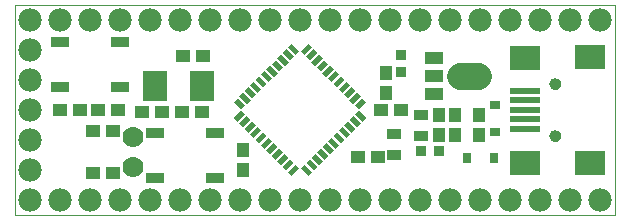
<source format=gts>
G75*
G70*
%OFA0B0*%
%FSLAX24Y24*%
%IPPOS*%
%LPD*%
%AMOC8*
5,1,8,0,0,1.08239X$1,22.5*
%
%ADD10C,0.0000*%
%ADD11R,0.0473X0.0434*%
%ADD12R,0.0434X0.0473*%
%ADD13R,0.0355X0.0355*%
%ADD14R,0.0640X0.0340*%
%ADD15R,0.1024X0.0237*%
%ADD16R,0.1024X0.0827*%
%ADD17C,0.0394*%
%ADD18R,0.0512X0.0355*%
%ADD19R,0.0827X0.0985*%
%ADD20C,0.0700*%
%ADD21C,0.0780*%
%ADD22C,0.0906*%
%ADD23R,0.0620X0.0413*%
%ADD24R,0.0355X0.0178*%
%ADD25R,0.0367X0.0288*%
%ADD26R,0.0288X0.0367*%
D10*
X001050Y000150D02*
X001050Y007150D01*
X021050Y007150D01*
X021050Y000150D01*
X001050Y000150D01*
X018873Y002784D02*
X018875Y002810D01*
X018881Y002836D01*
X018891Y002861D01*
X018904Y002884D01*
X018920Y002904D01*
X018940Y002922D01*
X018962Y002937D01*
X018985Y002949D01*
X019011Y002957D01*
X019037Y002961D01*
X019063Y002961D01*
X019089Y002957D01*
X019115Y002949D01*
X019139Y002937D01*
X019160Y002922D01*
X019180Y002904D01*
X019196Y002884D01*
X019209Y002861D01*
X019219Y002836D01*
X019225Y002810D01*
X019227Y002784D01*
X019225Y002758D01*
X019219Y002732D01*
X019209Y002707D01*
X019196Y002684D01*
X019180Y002664D01*
X019160Y002646D01*
X019138Y002631D01*
X019115Y002619D01*
X019089Y002611D01*
X019063Y002607D01*
X019037Y002607D01*
X019011Y002611D01*
X018985Y002619D01*
X018961Y002631D01*
X018940Y002646D01*
X018920Y002664D01*
X018904Y002684D01*
X018891Y002707D01*
X018881Y002732D01*
X018875Y002758D01*
X018873Y002784D01*
X018873Y004516D02*
X018875Y004542D01*
X018881Y004568D01*
X018891Y004593D01*
X018904Y004616D01*
X018920Y004636D01*
X018940Y004654D01*
X018962Y004669D01*
X018985Y004681D01*
X019011Y004689D01*
X019037Y004693D01*
X019063Y004693D01*
X019089Y004689D01*
X019115Y004681D01*
X019139Y004669D01*
X019160Y004654D01*
X019180Y004636D01*
X019196Y004616D01*
X019209Y004593D01*
X019219Y004568D01*
X019225Y004542D01*
X019227Y004516D01*
X019225Y004490D01*
X019219Y004464D01*
X019209Y004439D01*
X019196Y004416D01*
X019180Y004396D01*
X019160Y004378D01*
X019138Y004363D01*
X019115Y004351D01*
X019089Y004343D01*
X019063Y004339D01*
X019037Y004339D01*
X019011Y004343D01*
X018985Y004351D01*
X018961Y004363D01*
X018940Y004378D01*
X018920Y004396D01*
X018904Y004416D01*
X018891Y004439D01*
X018881Y004464D01*
X018875Y004490D01*
X018873Y004516D01*
D11*
X013925Y003630D03*
X013255Y003630D03*
X013145Y002070D03*
X012475Y002070D03*
X007285Y003590D03*
X006615Y003590D03*
X005945Y003590D03*
X005275Y003590D03*
X004485Y003650D03*
X003815Y003650D03*
X003205Y003650D03*
X002535Y003650D03*
X003635Y002930D03*
X004305Y002930D03*
X004305Y001550D03*
X003635Y001550D03*
X006655Y005450D03*
X007325Y005450D03*
D12*
X013410Y004865D03*
X013410Y004195D03*
X015170Y003485D03*
X015710Y003485D03*
X016530Y003485D03*
X016530Y002815D03*
X015710Y002815D03*
X015170Y002815D03*
X008647Y002313D03*
X008647Y001644D03*
D13*
X014595Y002290D03*
X015185Y002290D03*
X013930Y004895D03*
X013930Y005485D03*
D14*
X007730Y002880D03*
X005730Y002880D03*
X005730Y001380D03*
X007730Y001380D03*
X004550Y004400D03*
X002550Y004400D03*
X002550Y005900D03*
X004550Y005900D03*
D15*
X018066Y004280D03*
X018066Y003965D03*
X018066Y003650D03*
X018066Y003335D03*
X018066Y003020D03*
D16*
X018066Y001878D03*
X020231Y001878D03*
X018066Y005382D03*
X020231Y005422D03*
D17*
X019050Y004516D03*
X019050Y002784D03*
D18*
X014590Y002776D03*
X013690Y002844D03*
X013690Y002136D03*
X014590Y003484D03*
D19*
X007277Y004450D03*
X005703Y004450D03*
D20*
X004990Y002730D03*
X004990Y001730D03*
D21*
X004550Y000650D03*
X003550Y000650D03*
X002550Y000650D03*
X001550Y000650D03*
X001550Y001650D03*
X001550Y002650D03*
X001550Y003650D03*
X001550Y004650D03*
X001550Y005650D03*
X001550Y006650D03*
X002550Y006650D03*
X003550Y006650D03*
X004550Y006650D03*
X005550Y006650D03*
X006550Y006650D03*
X007550Y006650D03*
X008550Y006650D03*
X009550Y006650D03*
X010550Y006650D03*
X011550Y006650D03*
X012550Y006650D03*
X013550Y006650D03*
X014550Y006650D03*
X015550Y006650D03*
X016550Y006650D03*
X017550Y006650D03*
X018550Y006650D03*
X019550Y006650D03*
X020550Y006650D03*
X020550Y000650D03*
X019550Y000650D03*
X018550Y000650D03*
X017550Y000650D03*
X016550Y000650D03*
X015550Y000650D03*
X014550Y000650D03*
X013550Y000650D03*
X012550Y000650D03*
X011550Y000650D03*
X010550Y000650D03*
X009550Y000650D03*
X008550Y000650D03*
X007550Y000650D03*
X006550Y000650D03*
X005550Y000650D03*
D22*
X015885Y004770D02*
X016475Y004770D01*
D23*
X015028Y004770D03*
X015028Y004179D03*
X015028Y005361D03*
D24*
G36*
X012213Y004464D02*
X011963Y004214D01*
X011837Y004340D01*
X012087Y004590D01*
X012213Y004464D01*
G37*
G36*
X012033Y004645D02*
X011783Y004395D01*
X011657Y004521D01*
X011907Y004771D01*
X012033Y004645D01*
G37*
G36*
X011852Y004826D02*
X011602Y004576D01*
X011476Y004702D01*
X011726Y004952D01*
X011852Y004826D01*
G37*
G36*
X011295Y004883D02*
X011545Y005133D01*
X011671Y005007D01*
X011421Y004757D01*
X011295Y004883D01*
G37*
G36*
X011114Y005063D02*
X011364Y005313D01*
X011490Y005187D01*
X011240Y004937D01*
X011114Y005063D01*
G37*
G36*
X010933Y005244D02*
X011183Y005494D01*
X011309Y005368D01*
X011059Y005118D01*
X010933Y005244D01*
G37*
G36*
X010752Y005425D02*
X011002Y005675D01*
X011128Y005549D01*
X010878Y005299D01*
X010752Y005425D01*
G37*
G36*
X010571Y005606D02*
X010821Y005856D01*
X010947Y005730D01*
X010697Y005480D01*
X010571Y005606D01*
G37*
G36*
X010279Y005856D02*
X010529Y005606D01*
X010403Y005480D01*
X010153Y005730D01*
X010279Y005856D01*
G37*
G36*
X010098Y005675D02*
X010348Y005425D01*
X010222Y005299D01*
X009972Y005549D01*
X010098Y005675D01*
G37*
G36*
X009917Y005494D02*
X010167Y005244D01*
X010041Y005118D01*
X009791Y005368D01*
X009917Y005494D01*
G37*
G36*
X009736Y005313D02*
X009986Y005063D01*
X009860Y004937D01*
X009610Y005187D01*
X009736Y005313D01*
G37*
G36*
X009555Y005133D02*
X009805Y004883D01*
X009679Y004757D01*
X009429Y005007D01*
X009555Y005133D01*
G37*
G36*
X009374Y004952D02*
X009624Y004702D01*
X009498Y004576D01*
X009248Y004826D01*
X009374Y004952D01*
G37*
G36*
X009317Y004395D02*
X009067Y004645D01*
X009193Y004771D01*
X009443Y004521D01*
X009317Y004395D01*
G37*
G36*
X009137Y004214D02*
X008887Y004464D01*
X009013Y004590D01*
X009263Y004340D01*
X009137Y004214D01*
G37*
G36*
X008956Y004033D02*
X008706Y004283D01*
X008832Y004409D01*
X009082Y004159D01*
X008956Y004033D01*
G37*
G36*
X008775Y003852D02*
X008525Y004102D01*
X008651Y004228D01*
X008901Y003978D01*
X008775Y003852D01*
G37*
G36*
X008594Y003671D02*
X008344Y003921D01*
X008470Y004047D01*
X008720Y003797D01*
X008594Y003671D01*
G37*
G36*
X008344Y003379D02*
X008594Y003629D01*
X008720Y003503D01*
X008470Y003253D01*
X008344Y003379D01*
G37*
G36*
X008525Y003198D02*
X008775Y003448D01*
X008901Y003322D01*
X008651Y003072D01*
X008525Y003198D01*
G37*
G36*
X008706Y003017D02*
X008956Y003267D01*
X009082Y003141D01*
X008832Y002891D01*
X008706Y003017D01*
G37*
G36*
X008887Y002836D02*
X009137Y003086D01*
X009263Y002960D01*
X009013Y002710D01*
X008887Y002836D01*
G37*
G36*
X009067Y002655D02*
X009317Y002905D01*
X009443Y002779D01*
X009193Y002529D01*
X009067Y002655D01*
G37*
G36*
X009248Y002474D02*
X009498Y002724D01*
X009624Y002598D01*
X009374Y002348D01*
X009248Y002474D01*
G37*
G36*
X009805Y002417D02*
X009555Y002167D01*
X009429Y002293D01*
X009679Y002543D01*
X009805Y002417D01*
G37*
G36*
X009986Y002237D02*
X009736Y001987D01*
X009610Y002113D01*
X009860Y002363D01*
X009986Y002237D01*
G37*
G36*
X010167Y002056D02*
X009917Y001806D01*
X009791Y001932D01*
X010041Y002182D01*
X010167Y002056D01*
G37*
G36*
X010348Y001875D02*
X010098Y001625D01*
X009972Y001751D01*
X010222Y002001D01*
X010348Y001875D01*
G37*
G36*
X010529Y001694D02*
X010279Y001444D01*
X010153Y001570D01*
X010403Y001820D01*
X010529Y001694D01*
G37*
G36*
X010821Y001444D02*
X010571Y001694D01*
X010697Y001820D01*
X010947Y001570D01*
X010821Y001444D01*
G37*
G36*
X011002Y001625D02*
X010752Y001875D01*
X010878Y002001D01*
X011128Y001751D01*
X011002Y001625D01*
G37*
G36*
X011183Y001806D02*
X010933Y002056D01*
X011059Y002182D01*
X011309Y001932D01*
X011183Y001806D01*
G37*
G36*
X011364Y001987D02*
X011114Y002237D01*
X011240Y002363D01*
X011490Y002113D01*
X011364Y001987D01*
G37*
G36*
X011545Y002167D02*
X011295Y002417D01*
X011421Y002543D01*
X011671Y002293D01*
X011545Y002167D01*
G37*
G36*
X011726Y002348D02*
X011476Y002598D01*
X011602Y002724D01*
X011852Y002474D01*
X011726Y002348D01*
G37*
G36*
X011783Y002905D02*
X012033Y002655D01*
X011907Y002529D01*
X011657Y002779D01*
X011783Y002905D01*
G37*
G36*
X011963Y003086D02*
X012213Y002836D01*
X012087Y002710D01*
X011837Y002960D01*
X011963Y003086D01*
G37*
G36*
X012144Y003267D02*
X012394Y003017D01*
X012268Y002891D01*
X012018Y003141D01*
X012144Y003267D01*
G37*
G36*
X012325Y003448D02*
X012575Y003198D01*
X012449Y003072D01*
X012199Y003322D01*
X012325Y003448D01*
G37*
G36*
X012506Y003629D02*
X012756Y003379D01*
X012630Y003253D01*
X012380Y003503D01*
X012506Y003629D01*
G37*
G36*
X012756Y003921D02*
X012506Y003671D01*
X012380Y003797D01*
X012630Y004047D01*
X012756Y003921D01*
G37*
G36*
X012575Y004102D02*
X012325Y003852D01*
X012199Y003978D01*
X012449Y004228D01*
X012575Y004102D01*
G37*
G36*
X012394Y004283D02*
X012144Y004033D01*
X012018Y004159D01*
X012268Y004409D01*
X012394Y004283D01*
G37*
D25*
X017050Y003803D03*
X017050Y002897D03*
D26*
X017023Y002050D03*
X016117Y002050D03*
M02*

</source>
